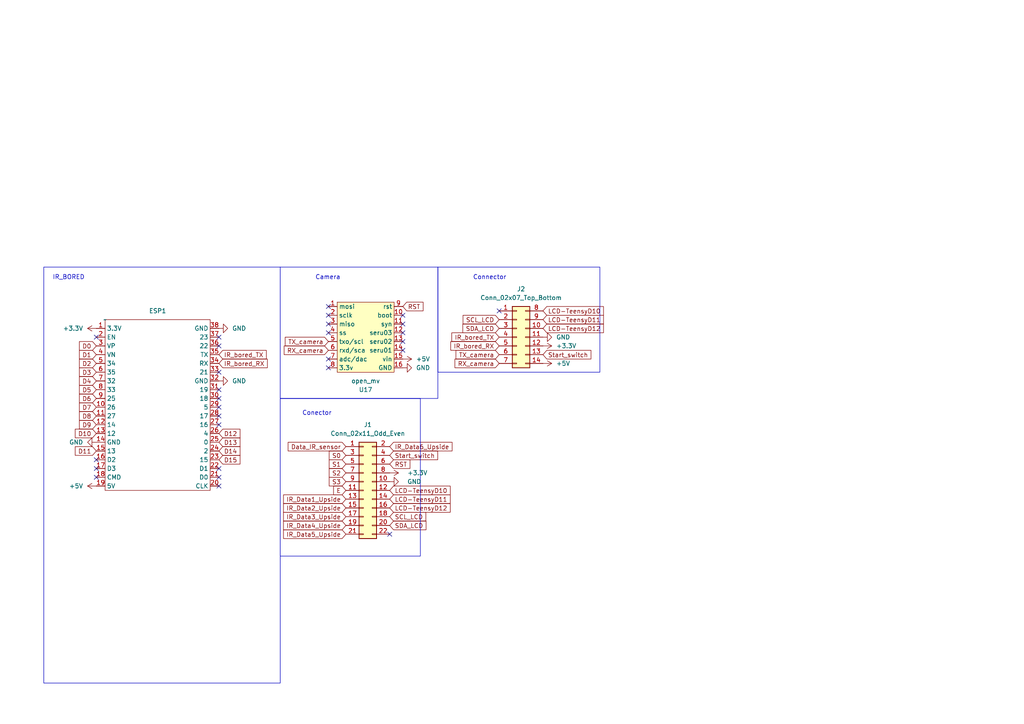
<source format=kicad_sch>
(kicad_sch (version 20230121) (generator eeschema)
  (paper "A4")
  (lib_symbols
    (symbol "Connector_Generic:Conn_02x07_Top_Bottom" (pin_names (offset 1.016) hide)
      (property "Reference" "J" (at 1.27 10.16 0))
      (property "Value" "Conn_02x07_Top_Bottom" (at 1.27 -10.16 0))
      (symbol "Conn_02x07_Top_Bottom_1_1"
        (rectangle (start -1.27 -7.493) (end 0 -7.747) (stroke (width 0.1524)))
        (rectangle (start -1.27 -4.953) (end 0 -5.207) (stroke (width 0.1524)))
        (rectangle (start -1.27 -2.413) (end 0 -2.667) (stroke (width 0.1524)))
        (rectangle (start -1.27 0.127) (end 0 -0.127) (stroke (width 0.1524)))
        (rectangle (start -1.27 2.667) (end 0 2.413) (stroke (width 0.1524)))
        (rectangle (start -1.27 5.207) (end 0 4.953) (stroke (width 0.1524)))
        (rectangle (start -1.27 7.747) (end 0 7.493) (stroke (width 0.1524)))
        (rectangle (start -1.27 8.89) (end 3.81 -8.89) (stroke (width 0.254)) (fill (type background)))
        (rectangle (start 3.81 -7.493) (end 2.54 -7.747) (stroke (width 0.1524)))
        (rectangle (start 3.81 -4.953) (end 2.54 -5.207) (stroke (width 0.1524)))
        (rectangle (start 3.81 -2.413) (end 2.54 -2.667) (stroke (width 0.1524)))
        (rectangle (start 3.81 0.127) (end 2.54 -0.127) (stroke (width 0.1524)))
        (rectangle (start 3.81 2.667) (end 2.54 2.413) (stroke (width 0.1524)))
        (rectangle (start 3.81 5.207) (end 2.54 4.953) (stroke (width 0.1524)))
        (rectangle (start 3.81 7.747) (end 2.54 7.493) (stroke (width 0.1524)))
        (pin passive line (at -5.08 7.62 0) (length 3.81) (name "Pin_1") (number "1"))
        (pin passive line (at 7.62 2.54 180) (length 3.81) (name "Pin_10") (number "10"))
        (pin passive line (at 7.62 0 180) (length 3.81) (name "Pin_11") (number "11"))
        (pin passive line (at 7.62 -2.54 180) (length 3.81) (name "Pin_12") (number "12"))
        (pin passive line (at 7.62 -5.08 180) (length 3.81) (name "Pin_13") (number "13"))
        (pin passive line (at 7.62 -7.62 180) (length 3.81) (name "Pin_14") (number "14"))
        (pin passive line (at -5.08 5.08 0) (length 3.81) (name "Pin_2") (number "2"))
        (pin passive line (at -5.08 2.54 0) (length 3.81) (name "Pin_3") (number "3"))
        (pin passive line (at -5.08 0 0) (length 3.81) (name "Pin_4") (number "4"))
        (pin passive line (at -5.08 -2.54 0) (length 3.81) (name "Pin_5") (number "5"))
        (pin passive line (at -5.08 -5.08 0) (length 3.81) (name "Pin_6") (number "6"))
        (pin passive line (at -5.08 -7.62 0) (length 3.81) (name "Pin_7") (number "7"))
        (pin passive line (at 7.62 7.62 180) (length 3.81) (name "Pin_8") (number "8"))
        (pin passive line (at 7.62 5.08 180) (length 3.81) (name "Pin_9") (number "9"))
      )
    )
    (symbol "Connector_Generic:Conn_02x11_Odd_Even" (pin_names (offset 1.016) hide)
      (property "Reference" "J" (at 1.27 15.24 0))
      (property "Value" "Conn_02x11_Odd_Even" (at 1.27 -15.24 0))
      (symbol "Conn_02x11_Odd_Even_1_1"
        (rectangle (start -1.27 -12.573) (end 0 -12.827) (stroke (width 0.1524)))
        (rectangle (start -1.27 -10.033) (end 0 -10.287) (stroke (width 0.1524)))
        (rectangle (start -1.27 -7.493) (end 0 -7.747) (stroke (width 0.1524)))
        (rectangle (start -1.27 -4.953) (end 0 -5.207) (stroke (width 0.1524)))
        (rectangle (start -1.27 -2.413) (end 0 -2.667) (stroke (width 0.1524)))
        (rectangle (start -1.27 0.127) (end 0 -0.127) (stroke (width 0.1524)))
        (rectangle (start -1.27 2.667) (end 0 2.413) (stroke (width 0.1524)))
        (rectangle (start -1.27 5.207) (end 0 4.953) (stroke (width 0.1524)))
        (rectangle (start -1.27 7.747) (end 0 7.493) (stroke (width 0.1524)))
        (rectangle (start -1.27 10.287) (end 0 10.033) (stroke (width 0.1524)))
        (rectangle (start -1.27 12.827) (end 0 12.573) (stroke (width 0.1524)))
        (rectangle (start -1.27 13.97) (end 3.81 -13.97) (stroke (width 0.254)) (fill (type background)))
        (rectangle (start 3.81 -12.573) (end 2.54 -12.827) (stroke (width 0.1524)))
        (rectangle (start 3.81 -10.033) (end 2.54 -10.287) (stroke (width 0.1524)))
        (rectangle (start 3.81 -7.493) (end 2.54 -7.747) (stroke (width 0.1524)))
        (rectangle (start 3.81 -4.953) (end 2.54 -5.207) (stroke (width 0.1524)))
        (rectangle (start 3.81 -2.413) (end 2.54 -2.667) (stroke (width 0.1524)))
        (rectangle (start 3.81 0.127) (end 2.54 -0.127) (stroke (width 0.1524)))
        (rectangle (start 3.81 2.667) (end 2.54 2.413) (stroke (width 0.1524)))
        (rectangle (start 3.81 5.207) (end 2.54 4.953) (stroke (width 0.1524)))
        (rectangle (start 3.81 7.747) (end 2.54 7.493) (stroke (width 0.1524)))
        (rectangle (start 3.81 10.287) (end 2.54 10.033) (stroke (width 0.1524)))
        (rectangle (start 3.81 12.827) (end 2.54 12.573) (stroke (width 0.1524)))
        (pin passive line (at -5.08 12.7 0) (length 3.81) (name "Pin_1") (number "1"))
        (pin passive line (at 7.62 2.54 180) (length 3.81) (name "Pin_10") (number "10"))
        (pin passive line (at -5.08 0 0) (length 3.81) (name "Pin_11") (number "11"))
        (pin passive line (at 7.62 0 180) (length 3.81) (name "Pin_12") (number "12"))
        (pin passive line (at -5.08 -2.54 0) (length 3.81) (name "Pin_13") (number "13"))
        (pin passive line (at 7.62 -2.54 180) (length 3.81) (name "Pin_14") (number "14"))
        (pin passive line (at -5.08 -5.08 0) (length 3.81) (name "Pin_15") (number "15"))
        (pin passive line (at 7.62 -5.08 180) (length 3.81) (name "Pin_16") (number "16"))
        (pin passive line (at -5.08 -7.62 0) (length 3.81) (name "Pin_17") (number "17"))
        (pin passive line (at 7.62 -7.62 180) (length 3.81) (name "Pin_18") (number "18"))
        (pin passive line (at -5.08 -10.16 0) (length 3.81) (name "Pin_19") (number "19"))
        (pin passive line (at 7.62 12.7 180) (length 3.81) (name "Pin_2") (number "2"))
        (pin passive line (at 7.62 -10.16 180) (length 3.81) (name "Pin_20") (number "20"))
        (pin passive line (at -5.08 -12.7 0) (length 3.81) (name "Pin_21") (number "21"))
        (pin passive line (at 7.62 -12.7 180) (length 3.81) (name "Pin_22") (number "22"))
        (pin passive line (at -5.08 10.16 0) (length 3.81) (name "Pin_3") (number "3"))
        (pin passive line (at 7.62 10.16 180) (length 3.81) (name "Pin_4") (number "4"))
        (pin passive line (at -5.08 7.62 0) (length 3.81) (name "Pin_5") (number "5"))
        (pin passive line (at 7.62 7.62 180) (length 3.81) (name "Pin_6") (number "6"))
        (pin passive line (at -5.08 5.08 0) (length 3.81) (name "Pin_7") (number "7"))
        (pin passive line (at 7.62 5.08 180) (length 3.81) (name "Pin_8") (number "8"))
        (pin passive line (at -5.08 2.54 0) (length 3.81) (name "Pin_9") (number "9"))
      )
    )
    (symbol "New_Library:ESP32"
      (property "Reference" "ESP1" (at 15.24 2.54 0))
      (property "Value" "~" (at 0 0 0))
      (symbol "ESP32_0_1"
        (rectangle (start 0 0) (end 30.48 -49.53))
      )
      (symbol "ESP32_1_1"
        (pin input line (at -2.54 -2.54 0) (length 2.54) (name "3.3V") (number "1"))
        (pin input line (at -2.54 -25.4 0) (length 2.54) (name "26") (number "10"))
        (pin input line (at -2.54 -27.94 0) (length 2.54) (name "27") (number "11"))
        (pin input line (at -2.54 -30.48 0) (length 2.54) (name "14") (number "12"))
        (pin input line (at -2.54 -33.02 0) (length 2.54) (name "12") (number "13"))
        (pin input line (at -2.54 -35.56 0) (length 2.54) (name "GND") (number "14"))
        (pin input line (at -2.54 -38.1 0) (length 2.54) (name "13") (number "15"))
        (pin input line (at -2.54 -40.64 0) (length 2.54) (name "D2") (number "16"))
        (pin input line (at -2.54 -43.18 0) (length 2.54) (name "D3") (number "17"))
        (pin input line (at -2.54 -45.72 0) (length 2.54) (name "CMD") (number "18"))
        (pin input line (at -2.54 -48.26 0) (length 2.54) (name "5V") (number "19"))
        (pin input line (at -2.54 -5.08 0) (length 2.54) (name "EN") (number "2"))
        (pin input line (at 33.02 -48.26 180) (length 2.54) (name "CLK") (number "20"))
        (pin input line (at 33.02 -45.72 180) (length 2.54) (name "D0") (number "21"))
        (pin input line (at 33.02 -43.18 180) (length 2.54) (name "D1") (number "22"))
        (pin input line (at 33.02 -40.64 180) (length 2.54) (name "15") (number "23"))
        (pin input line (at 33.02 -38.1 180) (length 2.54) (name "2") (number "24"))
        (pin input line (at 33.02 -35.56 180) (length 2.54) (name "0") (number "25"))
        (pin input line (at 33.02 -33.02 180) (length 2.54) (name "4") (number "26"))
        (pin input line (at 33.02 -30.48 180) (length 2.54) (name "16") (number "27"))
        (pin input line (at 33.02 -27.94 180) (length 2.54) (name "17") (number "28"))
        (pin input line (at 33.02 -25.4 180) (length 2.54) (name "5") (number "29"))
        (pin input line (at -2.54 -7.62 0) (length 2.54) (name "VP") (number "3"))
        (pin input line (at 33.02 -22.86 180) (length 2.54) (name "18") (number "30"))
        (pin input line (at 33.02 -20.32 180) (length 2.54) (name "19") (number "31"))
        (pin input line (at 33.02 -17.78 180) (length 2.54) (name "GND") (number "32"))
        (pin input line (at 33.02 -15.24 180) (length 2.54) (name "21") (number "33"))
        (pin input line (at 33.02 -12.7 180) (length 2.54) (name "RX") (number "34"))
        (pin input line (at 33.02 -10.16 180) (length 2.54) (name "TX") (number "35"))
        (pin input line (at 33.02 -7.62 180) (length 2.54) (name "22") (number "36"))
        (pin input line (at 33.02 -5.08 180) (length 2.54) (name "23") (number "37"))
        (pin input line (at 33.02 -2.54 180) (length 2.54) (name "GND") (number "38"))
        (pin input line (at -2.54 -10.16 0) (length 2.54) (name "VN") (number "4"))
        (pin input line (at -2.54 -12.7 0) (length 2.54) (name "34") (number "5"))
        (pin input line (at -2.54 -15.24 0) (length 2.54) (name "35") (number "6"))
        (pin input line (at -2.54 -17.78 0) (length 2.54) (name "32") (number "7"))
        (pin input line (at -2.54 -20.32 0) (length 2.54) (name "33") (number "8"))
        (pin input line (at -2.54 -22.86 0) (length 2.54) (name "25") (number "9"))
      )
    )
    (symbol "open_mv:open_mv"
      (property "Reference" "U19" (at -0.635 -25.4 0))
      (property "Value" "open_mv" (at -0.635 -22.86 0))
      (symbol "open_mv_0_1"
        (rectangle (start -8.89 0) (end 7.62 -20.32) (fill (type background)))
      )
      (symbol "open_mv_1_0"
        (pin bidirectional line (at 10.16 -8.89 180) (length 2.54) (name "seru03") (number "12"))
      )
      (symbol "open_mv_1_1"
        (pin bidirectional line (at -11.43 -1.27 0) (length 2.54) (name "mosi") (number "1"))
        (pin bidirectional line (at 10.16 -3.81 180) (length 2.54) (name "boot") (number "10"))
        (pin bidirectional line (at 10.16 -6.35 180) (length 2.54) (name "syn") (number "11"))
        (pin bidirectional line (at 10.16 -11.43 180) (length 2.54) (name "seru02") (number "13"))
        (pin bidirectional line (at 10.16 -13.97 180) (length 2.54) (name "seru01") (number "14"))
        (pin power_out line (at 10.16 -16.51 180) (length 2.54) (name "vin") (number "15"))
        (pin bidirectional line (at 10.16 -19.05 180) (length 2.54) (name "GND") (number "16"))
        (pin bidirectional line (at -11.43 -3.81 0) (length 2.54) (name "sclk") (number "2"))
        (pin bidirectional line (at -11.43 -6.35 0) (length 2.54) (name "miso") (number "3"))
        (pin bidirectional line (at -11.43 -8.89 0) (length 2.54) (name "ss") (number "4"))
        (pin bidirectional line (at -11.43 -11.43 0) (length 2.54) (name "txo/scl") (number "5"))
        (pin bidirectional line (at -11.43 -13.97 0) (length 2.54) (name "rxd/sca") (number "6"))
        (pin bidirectional line (at -11.43 -16.51 0) (length 2.54) (name "adc/dac") (number "7"))
        (pin power_out line (at -11.43 -19.05 0) (length 2.54) (name "3.3v") (number "8"))
        (pin bidirectional line (at 10.16 -1.27 180) (length 2.54) (name "rst") (number "9"))
      )
    )
    (symbol "power:+3.3V" (power) (pin_names (offset 0))
      (property "Value" "+3.3V" (at 0 3.556 0))
      (symbol "+3.3V_0_1"
        (polyline (pts (xy -0.762 1.27) (xy 0 2.54)))
        (polyline (pts (xy 0 0) (xy 0 2.54)))
        (polyline (pts (xy 0 2.54) (xy 0.762 1.27)))
      )
      (symbol "+3.3V_1_1"
        (pin power_in line (at 0 0 90) (length 0) hide (name "+3.3V") (number "1"))
      )
    )
    (symbol "power:+5V" (power) (pin_names (offset 0))
      (property "Value" "+5V" (at 0 3.556 0))
      (symbol "+5V_0_1"
        (polyline (pts (xy -0.762 1.27) (xy 0 2.54)))
        (polyline (pts (xy 0 0) (xy 0 2.54)))
        (polyline (pts (xy 0 2.54) (xy 0.762 1.27)))
      )
      (symbol "+5V_1_1"
        (pin power_in line (at 0 0 90) (length 0) hide (name "+5V") (number "1"))
      )
    )
    (symbol "power:GND" (power) (pin_names (offset 0))
      (property "Value" "GND" (at 0 -3.81 0))
      (symbol "GND_0_1"
        (polyline (pts (xy 0 0) (xy 0 -1.27) (xy 1.27 -1.27) (xy 0 -2.54) (xy -1.27 -1.27) (xy 0 -1.27)))
      )
      (symbol "GND_1_1"
        (pin power_in line (at 0 0 270) (length 0) hide (name "GND") (number "1"))
      )
    )
  )
  (no_connect (at 95.25 91.44))
  (no_connect (at 63.5 118.11))
  (no_connect (at 63.5 113.03))
  (no_connect (at 63.5 138.43))
  (no_connect (at 95.25 106.68))
  (no_connect (at 63.5 97.79))
  (no_connect (at 95.25 96.52))
  (no_connect (at 116.84 91.44))
  (no_connect (at 116.84 99.06))
  (no_connect (at 63.5 140.97))
  (no_connect (at 27.94 135.89))
  (no_connect (at 63.5 115.57))
  (no_connect (at 116.84 93.98))
  (no_connect (at 95.25 93.98))
  (no_connect (at 63.5 120.65))
  (no_connect (at 63.5 100.33))
  (no_connect (at 27.94 138.43))
  (no_connect (at 63.5 135.89))
  (no_connect (at 27.94 133.35))
  (no_connect (at 63.5 123.19))
  (no_connect (at 116.84 96.52))
  (no_connect (at 113.03 154.94))
  (no_connect (at 63.5 107.95))
  (no_connect (at 27.94 97.79))
  (no_connect (at 95.25 104.14))
  (no_connect (at 95.25 88.9))
  (no_connect (at 116.84 101.6))
  (no_connect (at 144.78 90.17))
  (rectangle (start 12.7 77.47) (end 81.28 198.12))
  (rectangle (start 127 77.47) (end 173.99 107.95))
  (rectangle (start 81.28 115.57) (end 121.92 161.29))
  (rectangle (start 81.28 77.47) (end 127 115.57))
  (text "Connector\n" (at 137.16 81.28 0) (effects (font (size 1.27 1.27)) (justify left bottom)))
  (text "Conector\n" (at 87.63 120.65 0) (effects (font (size 1.27 1.27)) (justify left bottom)))
  (text "IR_BORED\n" (at 15.24 81.28 0) (effects (font (size 1.27 1.27)) (justify left bottom)))
  (text "Camera" (at 91.44 81.28 0) (effects (font (size 1.27 1.27)) (justify left bottom)))
  (global_label "D5" (shape input) (at 27.94 113.03 180) (property "Intersheetrefs" "${INTERSHEET_REFS}" (effects hide)))
  (global_label "D15" (shape input) (at 63.5 133.35 0) (property "Intersheetrefs" "${INTERSHEET_REFS}" (effects hide)))
  (global_label "S2" (shape input) (at 100.33 137.16 180) (property "Intersheetrefs" "${INTERSHEET_REFS}" (effects hide)))
  (global_label "D12" (shape input) (at 63.5 125.73 0) (property "Intersheetrefs" "${INTERSHEET_REFS}" (effects hide)))
  (global_label "SDA_LCD" (shape input) (at 144.78 95.25 180) (property "Intersheetrefs" "${INTERSHEET_REFS}" (effects hide)))
  (global_label "IR_Data1_Upside" (shape input) (at 100.33 144.78 180) (property "Intersheetrefs" "${INTERSHEET_REFS}" (effects hide)))
  (global_label "LCD-TeensyD11" (shape input) (at 157.48 92.71 0) (property "Intersheetrefs" "${INTERSHEET_REFS}" (effects hide)))
  (global_label "IR_Data4_Upside" (shape input) (at 100.33 152.4 180) (property "Intersheetrefs" "${INTERSHEET_REFS}" (effects hide)))
  (global_label "Start_switch" (shape input) (at 113.03 132.08 0) (property "Intersheetrefs" "${INTERSHEET_REFS}" (effects hide)))
  (global_label "LCD-TeensyD11" (shape input) (at 113.03 144.78 0) (property "Intersheetrefs" "${INTERSHEET_REFS}" (effects hide)))
  (global_label "D4" (shape input) (at 27.94 110.49 180) (property "Intersheetrefs" "${INTERSHEET_REFS}" (effects hide)))
  (global_label "D9" (shape input) (at 27.94 123.19 180) (property "Intersheetrefs" "${INTERSHEET_REFS}" (effects hide)))
  (global_label "D10" (shape input) (at 27.94 125.73 180) (property "Intersheetrefs" "${INTERSHEET_REFS}" (effects hide)))
  (global_label "S0" (shape input) (at 100.33 132.08 180) (property "Intersheetrefs" "${INTERSHEET_REFS}" (effects hide)))
  (global_label "IR_bored_RX" (shape input) (at 144.78 100.33 180) (property "Intersheetrefs" "${INTERSHEET_REFS}" (effects hide)))
  (global_label "D11" (shape input) (at 27.94 130.81 180) (property "Intersheetrefs" "${INTERSHEET_REFS}" (effects hide)))
  (global_label "TX_camera" (shape input) (at 144.78 102.87 180) (property "Intersheetrefs" "${INTERSHEET_REFS}" (effects hide)))
  (global_label "D3" (shape input) (at 27.94 107.95 180) (property "Intersheetrefs" "${INTERSHEET_REFS}" (effects hide)))
  (global_label "S3" (shape input) (at 100.33 139.7 180) (property "Intersheetrefs" "${INTERSHEET_REFS}" (effects hide)))
  (global_label "D13" (shape input) (at 63.5 128.27 0) (property "Intersheetrefs" "${INTERSHEET_REFS}" (effects hide)))
  (global_label "IR_Data6_Upside" (shape input) (at 113.03 129.54 0) (property "Intersheetrefs" "${INTERSHEET_REFS}" (effects hide)))
  (global_label "LCD-TeensyD12" (shape input) (at 113.03 147.32 0) (property "Intersheetrefs" "${INTERSHEET_REFS}" (effects hide)))
  (global_label "IR_bored_TX" (shape input) (at 144.78 97.79 180) (property "Intersheetrefs" "${INTERSHEET_REFS}" (effects hide)))
  (global_label "IR_Data5_Upside" (shape input) (at 100.33 154.94 180) (property "Intersheetrefs" "${INTERSHEET_REFS}" (effects hide)))
  (global_label "TX_camera" (shape input) (at 95.25 99.06 180) (property "Intersheetrefs" "${INTERSHEET_REFS}" (effects hide)))
  (global_label "LCD-TeensyD10" (shape input) (at 157.48 90.17 0) (property "Intersheetrefs" "${INTERSHEET_REFS}" (effects hide)))
  (global_label "RX_camera" (shape input) (at 95.25 101.6 180) (property "Intersheetrefs" "${INTERSHEET_REFS}" (effects hide)))
  (global_label "S1" (shape input) (at 100.33 134.62 180) (property "Intersheetrefs" "${INTERSHEET_REFS}" (effects hide)))
  (global_label "D14" (shape input) (at 63.5 130.81 0) (property "Intersheetrefs" "${INTERSHEET_REFS}" (effects hide)))
  (global_label "Start_switch" (shape input) (at 157.48 102.87 0) (property "Intersheetrefs" "${INTERSHEET_REFS}" (effects hide)))
  (global_label "D2" (shape input) (at 27.94 105.41 180) (property "Intersheetrefs" "${INTERSHEET_REFS}" (effects hide)))
  (global_label "Data_IR_sensor" (shape input) (at 100.33 129.54 180) (property "Intersheetrefs" "${INTERSHEET_REFS}" (effects hide)))
  (global_label "IR_bored_RX" (shape input) (at 63.5 105.41 0) (property "Intersheetrefs" "${INTERSHEET_REFS}" (effects hide)))
  (global_label "E" (shape input) (at 100.33 142.24 180) (property "Intersheetrefs" "${INTERSHEET_REFS}" (effects hide)))
  (global_label "D6" (shape input) (at 27.94 115.57 180) (property "Intersheetrefs" "${INTERSHEET_REFS}" (effects hide)))
  (global_label "D7" (shape input) (at 27.94 118.11 180) (property "Intersheetrefs" "${INTERSHEET_REFS}" (effects hide)))
  (global_label "RST" (shape input) (at 116.84 88.9 0) (property "Intersheetrefs" "${INTERSHEET_REFS}" (effects hide)))
  (global_label "SDA_LCD" (shape input) (at 113.03 152.4 0) (property "Intersheetrefs" "${INTERSHEET_REFS}" (effects hide)))
  (global_label "RST" (shape input) (at 113.03 134.62 0) (property "Intersheetrefs" "${INTERSHEET_REFS}" (effects hide)))
  (global_label "D8" (shape input) (at 27.94 120.65 180) (property "Intersheetrefs" "${INTERSHEET_REFS}" (effects hide)))
  (global_label "LCD-TeensyD12" (shape input) (at 157.48 95.25 0) (property "Intersheetrefs" "${INTERSHEET_REFS}" (effects hide)))
  (global_label "SCL_LCD" (shape input) (at 113.03 149.86 0) (property "Intersheetrefs" "${INTERSHEET_REFS}" (effects hide)))
  (global_label "LCD-TeensyD10" (shape input) (at 113.03 142.24 0) (property "Intersheetrefs" "${INTERSHEET_REFS}" (effects hide)))
  (global_label "SCL_LCD" (shape input) (at 144.78 92.71 180) (property "Intersheetrefs" "${INTERSHEET_REFS}" (effects hide)))
  (global_label "IR_Data3_Upside" (shape input) (at 100.33 149.86 180) (property "Intersheetrefs" "${INTERSHEET_REFS}" (effects hide)))
  (global_label "RX_camera" (shape input) (at 144.78 105.41 180) (property "Intersheetrefs" "${INTERSHEET_REFS}" (effects hide)))
  (global_label "IR_Data2_Upside" (shape input) (at 100.33 147.32 180) (property "Intersheetrefs" "${INTERSHEET_REFS}" (effects hide)))
  (global_label "D0" (shape input) (at 27.94 100.33 180) (property "Intersheetrefs" "${INTERSHEET_REFS}" (effects hide)))
  (global_label "D1" (shape input) (at 27.94 102.87 180) (property "Intersheetrefs" "${INTERSHEET_REFS}" (effects hide)))
  (global_label "IR_bored_TX" (shape input) (at 63.5 102.87 0) (property "Intersheetrefs" "${INTERSHEET_REFS}" (effects hide)))
  (symbol (lib_id "open_mv:open_mv") (at 106.68 87.63 0) (unit 1)
    (property "Reference" "U17" (at 106.045 113.03 0))
    (property "Value" "open_mv" (at 106.045 110.49 0))
    (property "Footprint" "Open_MV:OpenMV" (effects hide))
  )
  (symbol (lib_id "power:GND") (at 116.84 106.68 90) (unit 1)
    (property "Reference" "#PWR063" (effects hide))
    (property "Value" "GND" (at 120.65 106.68 90) (effects (justify right)))
  )
  (symbol (lib_id "power:GND") (at 157.48 97.79 90) (unit 1)
    (property "Reference" "#PWR01" (effects hide))
    (property "Value" "GND" (at 161.29 97.79 90) (effects (justify right)))
  )
  (symbol (lib_id "power:GND") (at 27.94 128.27 270) (unit 1)
    (property "Reference" "#PWR051" (effects hide))
    (property "Value" "GND" (at 24.13 128.27 90) (effects (justify right)))
  )
  (symbol (lib_id "power:+3.3V") (at 157.48 100.33 270) (unit 1)
    (property "Reference" "#PWR02" (effects hide))
    (property "Value" "+3.3V" (at 161.29 100.33 90) (effects (justify left)))
  )
  (symbol (lib_id "power:+5V") (at 116.84 104.14 270) (unit 1)
    (property "Reference" "#PWR062" (effects hide))
    (property "Value" "+5V" (at 120.65 104.14 90) (effects (justify left)))
  )
  (symbol (lib_id "power:GND") (at 113.03 139.7 90) (unit 1)
    (property "Reference" "#PWR04" (effects hide))
    (property "Value" "GND" (at 118.11 139.7 90) (effects (justify right)))
  )
  (symbol (lib_id "Connector_Generic:Conn_02x11_Odd_Even") (at 105.41 142.24 0) (unit 1)
    (property "Reference" "J1" (at 106.68 123.19 0))
    (property "Value" "Conn_02x11_Odd_Even" (at 106.68 125.73 0))
    (property "Footprint" "Connector_PinHeader_2.54mm:PinHeader_2x11_P2.54mm_Vertical" (effects hide))
  )
  (symbol (lib_id "power:+3.3V") (at 113.03 137.16 270) (unit 1)
    (property "Reference" "#PWR03" (effects hide))
    (property "Value" "+3.3V" (at 118.11 137.16 90) (effects (justify left)))
  )
  (symbol (lib_id "power:GND") (at 63.5 110.49 90) (unit 1)
    (property "Reference" "#PWR054" (effects hide))
    (property "Value" "GND" (at 67.31 110.49 90) (effects (justify right)))
  )
  (symbol (lib_id "Connector_Generic:Conn_02x07_Top_Bottom") (at 149.86 97.79 0) (unit 1)
    (property "Reference" "J2" (at 151.13 83.82 0))
    (property "Value" "Conn_02x07_Top_Bottom" (at 151.13 86.36 0))
    (property "Footprint" "Connector_IDC:IDC-Header_2x07_P2.54mm_Vertical" (effects hide))
  )
  (symbol (lib_id "power:+5V") (at 157.48 105.41 270) (unit 1)
    (property "Reference" "#PWR05" (effects hide))
    (property "Value" "+5V" (at 161.29 105.41 90) (effects (justify left)))
  )
  (symbol (lib_id "power:GND") (at 63.5 95.25 90) (unit 1)
    (property "Reference" "#PWR050" (effects hide))
    (property "Value" "GND" (at 67.31 95.25 90) (effects (justify right)))
  )
  (symbol (lib_id "power:+5V") (at 27.94 140.97 90) (unit 1)
    (property "Reference" "#PWR052" (effects hide))
    (property "Value" "+5V" (at 24.13 140.97 90) (effects (justify left)))
  )
  (symbol (lib_id "New_Library:ESP32") (at 30.48 92.71 0) (unit 1)
    (property "Reference" "ESP1" (at 45.72 90.17 0))
    (property "Value" "~" (at 30.48 92.71 0))
    (property "Footprint" "ESP32mod:ESP32-DevKitC" (effects hide))
  )
  (symbol (lib_id "power:+3.3V") (at 27.94 95.25 90) (unit 1)
    (property "Reference" "#PWR049" (effects hide))
    (property "Value" "+3.3V" (at 24.13 95.25 90) (effects (justify left)))
  )
)
</source>
